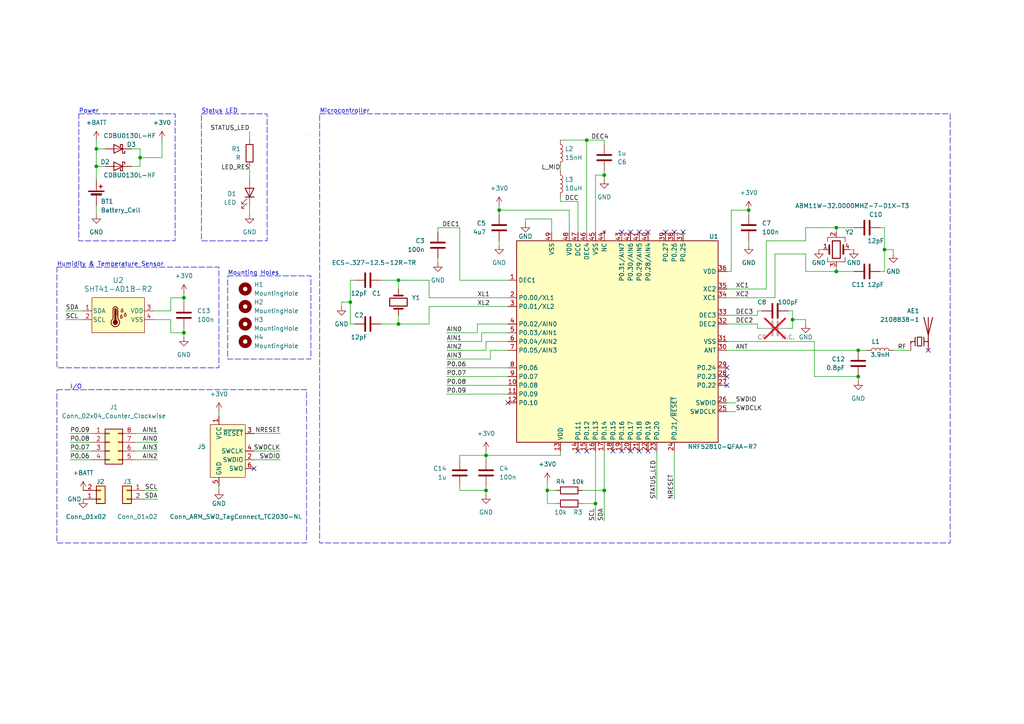
<source format=kicad_sch>
(kicad_sch (version 20230121) (generator eeschema)
  (paper "A4")
  (lib_symbols
    (symbol "Connector:Conn_ARM_SWD_TagConnect_TC2030-NL" (in_bom no)
      (property "Reference" "J" (at 2.54 11.43 0))
      (property "Value" "Conn_ARM_SWD_TagConnect_TC2030-NL" (at 2.54 8.89 0))
      (symbol "Conn_ARM_SWD_TagConnect_TC2030-NL_0_0"
        (pin power_in line (at -2.54 10.16 270) (length 2.54) (name "VCC") (number "1"))
        (pin bidirectional line (at 7.62 -2.54 180) (length 2.54) (name "SWDIO") (number "2"))
        (pin open_collector line (at 7.62 5.08 180) (length 2.54) (name "~{RESET}") (number "3"))
        (pin output line (at 7.62 0 180) (length 2.54) (name "SWCLK") (number "4"))
        (pin power_in line (at -2.54 -10.16 90) (length 2.54) (name "GND") (number "5"))
        (pin input line (at 7.62 -5.08 180) (length 2.54) (name "SWO") (number "6"))
      )
      (symbol "Conn_ARM_SWD_TagConnect_TC2030-NL_0_1"
        (rectangle (start -5.08 7.62) (end 5.08 -7.62) (fill (type background)))
      )
    )
    (symbol "Connector_Generic:Conn_01x02" (pin_names (offset 1.016) hide)
      (property "Reference" "J" (at 0 2.54 0))
      (property "Value" "Conn_01x02" (at 0 -5.08 0))
      (symbol "Conn_01x02_1_1"
        (rectangle (start -1.27 -2.413) (end 0 -2.667) (stroke (width 0.1524)))
        (rectangle (start -1.27 0.127) (end 0 -0.127) (stroke (width 0.1524)))
        (rectangle (start -1.27 1.27) (end 1.27 -3.81) (stroke (width 0.254)) (fill (type background)))
        (pin passive line (at -5.08 0 0) (length 3.81) (name "Pin_1") (number "1"))
        (pin passive line (at -5.08 -2.54 0) (length 3.81) (name "Pin_2") (number "2"))
      )
    )
    (symbol "Connector_Generic:Conn_02x04_Counter_Clockwise" (pin_names (offset 1.016) hide)
      (property "Reference" "J" (at 1.27 5.08 0))
      (property "Value" "Conn_02x04_Counter_Clockwise" (at 1.27 -7.62 0))
      (symbol "Conn_02x04_Counter_Clockwise_1_1"
        (rectangle (start -1.27 -4.953) (end 0 -5.207) (stroke (width 0.1524)))
        (rectangle (start -1.27 -2.413) (end 0 -2.667) (stroke (width 0.1524)))
        (rectangle (start -1.27 0.127) (end 0 -0.127) (stroke (width 0.1524)))
        (rectangle (start -1.27 2.667) (end 0 2.413) (stroke (width 0.1524)))
        (rectangle (start -1.27 3.81) (end 3.81 -6.35) (stroke (width 0.254)) (fill (type background)))
        (rectangle (start 3.81 -4.953) (end 2.54 -5.207) (stroke (width 0.1524)))
        (rectangle (start 3.81 -2.413) (end 2.54 -2.667) (stroke (width 0.1524)))
        (rectangle (start 3.81 0.127) (end 2.54 -0.127) (stroke (width 0.1524)))
        (rectangle (start 3.81 2.667) (end 2.54 2.413) (stroke (width 0.1524)))
        (pin passive line (at -5.08 2.54 0) (length 3.81) (name "Pin_1") (number "1"))
        (pin passive line (at -5.08 0 0) (length 3.81) (name "Pin_2") (number "2"))
        (pin passive line (at -5.08 -2.54 0) (length 3.81) (name "Pin_3") (number "3"))
        (pin passive line (at -5.08 -5.08 0) (length 3.81) (name "Pin_4") (number "4"))
        (pin passive line (at 7.62 -5.08 180) (length 3.81) (name "Pin_5") (number "5"))
        (pin passive line (at 7.62 -2.54 180) (length 3.81) (name "Pin_6") (number "6"))
        (pin passive line (at 7.62 0 180) (length 3.81) (name "Pin_7") (number "7"))
        (pin passive line (at 7.62 2.54 180) (length 3.81) (name "Pin_8") (number "8"))
      )
    )
    (symbol "Device:Antenna_Chip" (pin_numbers hide) (pin_names (offset 1.016) hide)
      (property "Reference" "AE" (at 0 5.08 0))
      (property "Value" "Antenna_Chip" (at 0 3.175 0))
      (symbol "Antenna_Chip_0_1"
        (polyline (pts (xy -2.54 0) (xy -2.54 -0.635)) (stroke (width 0.254)))
        (polyline (pts (xy -2.54 0) (xy -1.27 0)) (stroke (width 0.254)))
        (polyline (pts (xy 1.27 0) (xy 2.54 0)) (stroke (width 0.254)))
        (polyline (pts (xy 1.27 1.27) (xy 1.27 -1.27)) (stroke (width 0.254)))
        (polyline (pts (xy 2.54 -0.635) (xy 2.54 0)))
        (polyline (pts (xy 2.54 6.985) (xy 2.54 -1.905)) (stroke (width 0.254)))
        (polyline (pts (xy -1.27 1.27) (xy -1.27 -1.27) (xy -1.27 0)) (stroke (width 0.254)))
        (polyline (pts (xy 3.81 6.985) (xy 2.54 1.905) (xy 1.27 6.985)) (stroke (width 0.254)))
        (polyline (pts (xy -0.635 1.27) (xy 0.635 1.27) (xy 0.635 -1.27) (xy -0.635 -1.27) (xy -0.635 1.27)) (stroke (width 0.254)))
      )
      (symbol "Antenna_Chip_1_1"
        (pin input line (at -2.54 -2.54 90) (length 2.54) (name "FEED") (number "1"))
        (pin passive line (at 2.54 -2.54 90) (length 2.54) (name "PCB_Trace") (number "2"))
      )
    )
    (symbol "Device:Battery_Cell" (pin_numbers hide) (pin_names (offset 0) hide)
      (property "Reference" "BT" (at 2.54 2.54 0))
      (property "Value" "Battery_Cell" (at 2.54 0 0))
      (symbol "Battery_Cell_0_1"
        (rectangle (start -2.286 1.778) (end 2.286 1.524) (fill (type outline)))
        (rectangle (start -1.524 1.016) (end 1.524 0.508) (fill (type outline)))
        (polyline (pts (xy 0 0.762) (xy 0 0)))
        (polyline (pts (xy 0 1.778) (xy 0 2.54)))
        (polyline (pts (xy 0.762 3.048) (xy 1.778 3.048)) (stroke (width 0.254)))
        (polyline (pts (xy 1.27 3.556) (xy 1.27 2.54)) (stroke (width 0.254)))
      )
      (symbol "Battery_Cell_1_1"
        (pin passive line (at 0 5.08 270) (length 2.54) (name "+") (number "1"))
        (pin passive line (at 0 -2.54 90) (length 2.54) (name "-") (number "2"))
      )
    )
    (symbol "Device:C" (pin_numbers hide) (pin_names (offset 0.254))
      (property "Reference" "C" (at 0.635 2.54 0))
      (property "Value" "C" (at 0.635 -2.54 0))
      (symbol "C_0_1"
        (polyline (pts (xy -2.032 -0.762) (xy 2.032 -0.762)) (stroke (width 0.508)))
        (polyline (pts (xy -2.032 0.762) (xy 2.032 0.762)) (stroke (width 0.508)))
      )
      (symbol "C_1_1"
        (pin passive line (at 0 3.81 270) (length 2.794) (name "~") (number "1"))
        (pin passive line (at 0 -3.81 90) (length 2.794) (name "~") (number "2"))
      )
    )
    (symbol "Device:Crystal" (pin_numbers hide) (pin_names (offset 1.016) hide)
      (property "Reference" "Y" (at 0 3.81 0))
      (property "Value" "Crystal" (at 0 -3.81 0))
      (symbol "Crystal_0_1"
        (rectangle (start -1.143 2.54) (end 1.143 -2.54) (stroke (width 0.3048)))
        (polyline (pts (xy -2.54 0) (xy -1.905 0)))
        (polyline (pts (xy -1.905 -1.27) (xy -1.905 1.27)) (stroke (width 0.508)))
        (polyline (pts (xy 1.905 -1.27) (xy 1.905 1.27)) (stroke (width 0.508)))
        (polyline (pts (xy 2.54 0) (xy 1.905 0)))
      )
      (symbol "Crystal_1_1"
        (pin passive line (at -3.81 0 0) (length 1.27) (name "1") (number "1"))
        (pin passive line (at 3.81 0 180) (length 1.27) (name "2") (number "2"))
      )
    )
    (symbol "Device:Crystal_GND23" (pin_names (offset 1.016) hide)
      (property "Reference" "Y" (at 3.175 5.08 0))
      (property "Value" "Crystal_GND23" (at 3.175 3.175 0))
      (symbol "Crystal_GND23_0_1"
        (rectangle (start -1.143 2.54) (end 1.143 -2.54) (stroke (width 0.3048)))
        (polyline (pts (xy -2.54 0) (xy -2.032 0)))
        (polyline (pts (xy -2.032 -1.27) (xy -2.032 1.27)) (stroke (width 0.508)))
        (polyline (pts (xy 0 -3.81) (xy 0 -3.556)))
        (polyline (pts (xy 0 3.556) (xy 0 3.81)))
        (polyline (pts (xy 2.032 -1.27) (xy 2.032 1.27)) (stroke (width 0.508)))
        (polyline (pts (xy 2.032 0) (xy 2.54 0)))
        (polyline (pts (xy -2.54 -2.286) (xy -2.54 -3.556) (xy 2.54 -3.556) (xy 2.54 -2.286)))
        (polyline (pts (xy -2.54 2.286) (xy -2.54 3.556) (xy 2.54 3.556) (xy 2.54 2.286)))
      )
      (symbol "Crystal_GND23_1_1"
        (pin passive line (at -3.81 0 0) (length 1.27) (name "1") (number "1"))
        (pin passive line (at 0 5.08 270) (length 1.27) (name "2") (number "2"))
        (pin passive line (at 0 -5.08 90) (length 1.27) (name "3") (number "3"))
        (pin passive line (at 3.81 0 180) (length 1.27) (name "4") (number "4"))
      )
    )
    (symbol "Device:D_Schottky" (pin_numbers hide) (pin_names (offset 1.016) hide)
      (property "Reference" "D" (at 0 2.54 0))
      (property "Value" "D_Schottky" (at 0 -2.54 0))
      (symbol "D_Schottky_0_1"
        (polyline (pts (xy 1.27 0) (xy -1.27 0)))
        (polyline (pts (xy 1.27 1.27) (xy 1.27 -1.27) (xy -1.27 0) (xy 1.27 1.27)) (stroke (width 0.254)))
        (polyline (pts (xy -1.905 0.635) (xy -1.905 1.27) (xy -1.27 1.27) (xy -1.27 -1.27) (xy -0.635 -1.27) (xy -0.635 -0.635)) (stroke (width 0.254)))
      )
      (symbol "D_Schottky_1_1"
        (pin passive line (at -3.81 0 0) (length 2.54) (name "K") (number "1"))
        (pin passive line (at 3.81 0 180) (length 2.54) (name "A") (number "2"))
      )
    )
    (symbol "Device:L" (pin_numbers hide) (pin_names (offset 1.016) hide)
      (property "Reference" "L" (at -1.27 0 90))
      (property "Value" "L" (at 1.905 0 90))
      (symbol "L_0_1"
        (arc (start 0 -2.54) (mid 0.6323 -1.905) (end 0 -1.27))
        (arc (start 0 -1.27) (mid 0.6323 -0.635) (end 0 0))
        (arc (start 0 0) (mid 0.6323 0.635) (end 0 1.27))
        (arc (start 0 1.27) (mid 0.6323 1.905) (end 0 2.54))
      )
      (symbol "L_1_1"
        (pin passive line (at 0 3.81 270) (length 1.27) (name "1") (number "1"))
        (pin passive line (at 0 -3.81 90) (length 1.27) (name "2") (number "2"))
      )
    )
    (symbol "Device:LED" (pin_numbers hide) (pin_names (offset 1.016) hide)
      (property "Reference" "D" (at 0 2.54 0))
      (property "Value" "LED" (at 0 -2.54 0))
      (symbol "LED_0_1"
        (polyline (pts (xy -1.27 -1.27) (xy -1.27 1.27)) (stroke (width 0.254)))
        (polyline (pts (xy -1.27 0) (xy 1.27 0)))
        (polyline (pts (xy 1.27 -1.27) (xy 1.27 1.27) (xy -1.27 0) (xy 1.27 -1.27)) (stroke (width 0.254)))
        (polyline (pts (xy -3.048 -0.762) (xy -4.572 -2.286) (xy -3.81 -2.286) (xy -4.572 -2.286) (xy -4.572 -1.524)))
        (polyline (pts (xy -1.778 -0.762) (xy -3.302 -2.286) (xy -2.54 -2.286) (xy -3.302 -2.286) (xy -3.302 -1.524)))
      )
      (symbol "LED_1_1"
        (pin passive line (at -3.81 0 0) (length 2.54) (name "K") (number "1"))
        (pin passive line (at 3.81 0 180) (length 2.54) (name "A") (number "2"))
      )
    )
    (symbol "Device:R" (pin_numbers hide) (pin_names (offset 0))
      (property "Reference" "R" (at 2.032 0 90))
      (property "Value" "R" (at 0 0 90))
      (symbol "R_0_1"
        (rectangle (start -1.016 -2.54) (end 1.016 2.54) (stroke (width 0.254)))
      )
      (symbol "R_1_1"
        (pin passive line (at 0 3.81 270) (length 1.27) (name "~") (number "1"))
        (pin passive line (at 0 -3.81 90) (length 1.27) (name "~") (number "2"))
      )
    )
    (symbol "Mechanical:MountingHole" (pin_names (offset 1.016))
      (property "Reference" "H" (at 0 5.08 0))
      (property "Value" "MountingHole" (at 0 3.175 0))
      (symbol "MountingHole_0_1"
        (circle (center 0 0) (radius 1.27) (stroke (width 1.27)))
      )
    )
    (symbol "encyclopedia_galactica:NRF52810-QFAA-R7"
      (property "Reference" "U" (at 0 54.61 0))
      (property "Value" "NRF52810-QFAA-R7" (at 0 52.07 0))
      (symbol "NRF52810-QFAA-R7_0_1"
        (rectangle (start -29.21 29.21) (end 29.21 -29.21) (stroke (width 0.254)) (fill (type background)))
      )
      (symbol "NRF52810-QFAA-R7_1_1"
        (pin passive line (at -31.75 17.78 0) (length 2.54) (name "DEC1") (number "1"))
        (pin bidirectional line (at -31.75 -12.7 0) (length 2.54) (name "P0.08") (number "10"))
        (pin bidirectional line (at -31.75 -15.24 0) (length 2.54) (name "P0.09") (number "11"))
        (pin bidirectional line (at -31.75 -17.78 0) (length 2.54) (name "P0.10") (number "12"))
        (pin power_in line (at -16.51 -31.75 90) (length 2.54) (name "VDD") (number "13"))
        (pin bidirectional line (at -11.43 -31.75 90) (length 2.54) (name "P0.11") (number "14"))
        (pin bidirectional line (at -8.89 -31.75 90) (length 2.54) (name "P0.12") (number "15"))
        (pin bidirectional line (at -6.35 -31.75 90) (length 2.54) (name "P0.13") (number "16"))
        (pin bidirectional line (at -3.81 -31.75 90) (length 2.54) (name "P0.14") (number "17"))
        (pin bidirectional line (at -1.27 -31.75 90) (length 2.54) (name "P0.15") (number "18"))
        (pin bidirectional line (at 1.27 -31.75 90) (length 2.54) (name "P0.16") (number "19"))
        (pin bidirectional line (at -31.75 12.7 0) (length 2.54) (name "P0.00/XL1") (number "2"))
        (pin bidirectional line (at 3.81 -31.75 90) (length 2.54) (name "P0.17") (number "20"))
        (pin bidirectional line (at 6.35 -31.75 90) (length 2.54) (name "P0.18") (number "21"))
        (pin bidirectional line (at 8.89 -31.75 90) (length 2.54) (name "P0.19") (number "22"))
        (pin bidirectional line (at 11.43 -31.75 90) (length 2.54) (name "P0.20") (number "23"))
        (pin bidirectional line (at 16.51 -31.75 90) (length 2.54) (name "P0.21/~{RESET}") (number "24"))
        (pin input line (at 31.75 -20.32 180) (length 2.54) (name "SWDCLK") (number "25"))
        (pin bidirectional line (at 31.75 -17.78 180) (length 2.54) (name "SWDIO") (number "26"))
        (pin bidirectional line (at 31.75 -12.7 180) (length 2.54) (name "P0.22") (number "27"))
        (pin bidirectional line (at 31.75 -10.16 180) (length 2.54) (name "P0.23") (number "28"))
        (pin bidirectional line (at 31.75 -7.62 180) (length 2.54) (name "P0.24") (number "29"))
        (pin bidirectional line (at -31.75 10.16 0) (length 2.54) (name "P0.01/XL2") (number "3"))
        (pin passive line (at 31.75 -2.54 180) (length 2.54) (name "ANT") (number "30"))
        (pin power_in line (at 31.75 0 180) (length 2.54) (name "VSS") (number "31"))
        (pin passive line (at 31.75 5.08 180) (length 2.54) (name "DEC2") (number "32"))
        (pin passive line (at 31.75 7.62 180) (length 2.54) (name "DEC3") (number "33"))
        (pin input line (at 31.75 12.7 180) (length 2.54) (name "XC1") (number "34"))
        (pin input line (at 31.75 15.24 180) (length 2.54) (name "XC2") (number "35"))
        (pin passive line (at 31.75 20.32 180) (length 2.54) (name "VDD") (number "36"))
        (pin bidirectional line (at 19.05 31.75 270) (length 2.54) (name "P0.25") (number "37"))
        (pin bidirectional line (at 16.51 31.75 270) (length 2.54) (name "P0.26") (number "38"))
        (pin bidirectional line (at 13.97 31.75 270) (length 2.54) (name "P0.27") (number "39"))
        (pin bidirectional line (at -31.75 5.08 0) (length 2.54) (name "P0.02/AIN0") (number "4"))
        (pin bidirectional line (at 8.89 31.75 270) (length 2.54) (name "P0.28/AIN4") (number "40"))
        (pin bidirectional line (at 6.35 31.75 270) (length 2.54) (name "P0.29/AIN5") (number "41"))
        (pin bidirectional line (at 3.81 31.75 270) (length 2.54) (name "P0.30/AIN6") (number "42"))
        (pin bidirectional line (at 1.27 31.75 270) (length 2.54) (name "P0.31/AIN7") (number "43"))
        (pin no_connect line (at -3.81 31.75 270) (length 2.54) (name "NC") (number "44"))
        (pin passive line (at -6.35 31.75 270) (length 2.54) (name "VSS") (number "45"))
        (pin passive line (at -8.89 31.75 270) (length 2.54) (name "DEC4") (number "46"))
        (pin power_out line (at -11.43 31.75 270) (length 2.54) (name "DCC") (number "47"))
        (pin passive line (at -13.97 31.75 270) (length 2.54) (name "VDD") (number "48"))
        (pin passive line (at -19.05 31.75 270) (length 2.54) (name "VSS") (number "49"))
        (pin bidirectional line (at -31.75 2.54 0) (length 2.54) (name "P0.03/AIN1") (number "5"))
        (pin bidirectional line (at -31.75 0 0) (length 2.54) (name "P0.04/AIN2") (number "6"))
        (pin bidirectional line (at -31.75 -2.54 0) (length 2.54) (name "P0.05/AIN3") (number "7"))
        (pin bidirectional line (at -31.75 -7.62 0) (length 2.54) (name "P0.06") (number "8"))
        (pin bidirectional line (at -31.75 -10.16 0) (length 2.54) (name "P0.07") (number "9"))
      )
    )
    (symbol "encyclopedia_galactica:SHT41-AD1B-R2" (pin_names (offset 0.254))
      (property "Reference" "U" (at 0 13.97 0))
      (property "Value" "SHT41-AD1B-R2" (at 0 11.43 0))
      (symbol "SHT41-AD1B-R2_0_0"
        (polyline (pts (xy -0.7782 -2.7679) (xy -0.7538 -2.7614) (xy -0.6273 -2.7452) (xy -0.5713 -2.733) (xy -0.4386 -2.65) (xy -0.3005 -2.5149) (xy -0.1862 -2.3589) (xy -0.1253 -2.2133) (xy -0.1122 -1.9777) (xy -0.1841 -1.7536) (xy -0.3553 -1.5359) (xy -0.5465 -1.3446) (xy -0.5465 0.2882) (xy -0.5465 1.9209) (xy -0.6855 2.012) (xy -0.7691 2.0613) (xy -0.8546 2.0708) (xy -0.9634 2.012) (xy -1.1023 1.9209) (xy -1.1023 0.2767) (xy -1.1023 -1.3675) (xy -1.2424 -1.4777) (xy -1.2888 -1.5171) (xy -1.4497 -1.7284) (xy -1.5229 -1.9679) (xy -1.5126 -2.2124) (xy -1.4228 -2.4384) (xy -1.2576 -2.6226) (xy -1.0211 -2.7416) (xy -0.8813 -2.7694) (xy -0.7782 -2.7679)) (stroke (width 0.01)) (fill (type outline)))
        (polyline (pts (xy 2.1727 -0.3391) (xy 2.3119 -0.2679) (xy 2.3683 -0.175) (xy 2.3992 -0.0278) (xy 2.3871 0.0546) (xy 2.337 0.2108) (xy 2.2619 0.3868) (xy 2.177 0.5511) (xy 2.0973 0.6727) (xy 2.0379 0.7202) (xy 1.9994 0.6955) (xy 1.9245 0.5928) (xy 1.8393 0.4391) (xy 1.7593 0.2658) (xy 1.6999 0.1045) (xy 1.6767 -0.0135) (xy 1.6805 -0.0349) (xy 1.7878 -0.0349) (xy 1.7977 0.0177) (xy 1.8421 0.1542) (xy 1.9103 0.3256) (xy 2.0328 0.6103) (xy 2.1597 0.3359) (xy 2.2226 0.1922) (xy 2.2764 0.0231) (xy 2.275 -0.0919) (xy 2.2213 -0.1774) (xy 2.1655 -0.214) (xy 2.0379 -0.2441) (xy 1.9584 -0.2324) (xy 1.8367 -0.1559) (xy 1.7878 -0.0349) (xy 1.6805 -0.0349) (xy 1.6952 -0.1171) (xy 1.7686 -0.2536) (xy 1.8305 -0.3015) (xy 1.9945 -0.3498) (xy 2.1727 -0.3391)) (stroke (width 0.01)) (fill (type outline)))
        (polyline (pts (xy 1.2779 0.8852) (xy 1.3876 0.9342) (xy 1.439 1.0346) (xy 1.4494 1.2197) (xy 1.4056 1.4476) (xy 1.3104 1.6903) (xy 1.2438 1.815) (xy 1.1682 1.9333) (xy 1.1209 1.9791) (xy 1.087 1.9506) (xy 1.016 1.8457) (xy 0.9313 1.6903) (xy 0.8493 1.4902) (xy 0.7962 1.2577) (xy 0.7964 1.2083) (xy 0.8985 1.2083) (xy 0.907 1.2863) (xy 0.947 1.4367) (xy 1.0063 1.5899) (xy 1.0699 1.7089) (xy 1.1227 1.7568) (xy 1.1687 1.7194) (xy 1.2295 1.6057) (xy 1.286 1.4514) (xy 1.3252 1.2933) (xy 1.3338 1.1679) (xy 1.3235 1.1054) (xy 1.2709 1.0212) (xy 1.1467 0.9899) (xy 1.1356 0.9889) (xy 0.987 0.994) (xy 0.9164 1.0597) (xy 0.8985 1.2083) (xy 0.7964 1.2083) (xy 0.7968 1.063) (xy 0.8541 0.9342) (xy 0.9555 0.8871) (xy 1.116 0.8695) (xy 1.2779 0.8852)) (stroke (width 0.01)) (fill (type outline)))
        (polyline (pts (xy 1.1245 -0.8535) (xy 1.1312 -0.8498) (xy 1.2085 -0.7577) (xy 1.2315 -0.5895) (xy 1.2238 -0.507) (xy 1.1823 -0.3342) (xy 1.116 -0.1464) (xy 1.038 0.0259) (xy 0.9612 0.1517) (xy 0.8985 0.2005) (xy 0.864 0.1827) (xy 0.7914 0.0847) (xy 0.7123 -0.0722) (xy 0.6397 -0.2572) (xy 0.5864 -0.4397) (xy 0.5682 -0.5702) (xy 0.6762 -0.5702) (xy 0.6847 -0.4923) (xy 0.7246 -0.3419) (xy 0.784 -0.1887) (xy 0.8476 -0.0697) (xy 0.9004 -0.0218) (xy 0.9464 -0.0591) (xy 1.0072 -0.1728) (xy 1.0637 -0.3271) (xy 1.1029 -0.4853) (xy 1.1115 -0.6106) (xy 1.1012 -0.6731) (xy 1.0485 -0.7574) (xy 0.9243 -0.7887) (xy 0.9133 -0.7897) (xy 0.7647 -0.7846) (xy 0.6941 -0.7188) (xy 0.6762 -0.5702) (xy 0.5682 -0.5702) (xy 0.5656 -0.5887) (xy 0.5845 -0.7427) (xy 0.6623 -0.851) (xy 0.7257 -0.88) (xy 0.9286 -0.906) (xy 1.1245 -0.8535)) (stroke (width 0.01)) (fill (type outline)))
        (polyline (pts (xy -0.5545 -3.3797) (xy -0.2175 -3.2426) (xy 0.0945 -2.9972) (xy 0.1243 -2.9669) (xy 0.3463 -2.6832) (xy 0.4707 -2.3844) (xy 0.5089 -2.044) (xy 0.476 -1.8294) (xy 0.3828 -1.5698) (xy 0.2505 -1.3237) (xy 0.1 -1.1376) (xy -0.0463 -1.0029) (xy -0.0464 0.4742) (xy -0.0467 0.7893) (xy -0.0488 1.1761) (xy -0.0534 1.4752) (xy -0.0614 1.7005) (xy -0.0736 1.8661) (xy -0.0909 1.986) (xy -0.1139 2.0742) (xy -0.1437 2.1447) (xy -0.2598 2.3183) (xy -0.4689 2.4887) (xy -0.7142 2.5745) (xy -0.9722 2.5687) (xy -1.2192 2.4643) (xy -1.2384 2.4513) (xy -1.3421 2.3751) (xy -1.424 2.294) (xy -1.4867 2.1948) (xy -1.5327 2.0641) (xy -1.5646 1.8887) (xy -1.585 1.6553) (xy -1.5964 1.3506) (xy -1.6014 0.9613) (xy -1.6025 0.4742) (xy -1.6026 -1.0029) (xy -1.7489 -1.1376) (xy -1.8907 -1.3105) (xy -2.0247 -1.5544) (xy -2.1208 -1.8145) (xy -2.1578 -2.044) (xy -2.1575 -2.0827) (xy -2.138 -2.2218) (xy -1.9808 -2.2218) (xy -1.9707 -1.897) (xy -1.8626 -1.5804) (xy -1.6554 -1.2905) (xy -1.4358 -1.0597) (xy -1.4358 0.4346) (xy -1.4358 0.4797) (xy -1.4346 0.9365) (xy -1.4309 1.2963) (xy -1.424 1.572) (xy -1.4133 1.7764) (xy -1.398 1.9226) (xy -1.3777 2.0235) (xy -1.3515 2.0921) (xy -1.3513 2.0925) (xy -1.216 2.2564) (xy -1.0244 2.3768) (xy -0.8244 2.4237) (xy -0.7891 2.4224) (xy -0.5709 2.3561) (xy -0.3871 2.2073) (xy -0.2603 2.0002) (xy -0.2131 1.7595) (xy -0.2144 1.7118) (xy -0.2434 1.6157) (xy -0.3242 1.59) (xy -0.389 1.5745) (xy -0.4354 1.5066) (xy -0.4147 1.458) (xy -0.3242 1.4233) (xy -0.2391 1.3933) (xy -0.2131 1.2843) (xy -0.237 1.1779) (xy -0.3242 1.1454) (xy -0.389 1.1299) (xy -0.4354 1.062) (xy -0.4147 1.0134) (xy -0.3242 0.9786) (xy -0.2391 0.9486) (xy -0.2131 0.8397) (xy -0.237 0.7333) (xy -0.3242 0.7007) (xy -0.389 0.6853) (xy -0.4354 0.6174) (xy -0.4147 0.5687) (xy -0.3242 0.534) (xy -0.2391 0.504) (xy -0.2131 0.395) (xy -0.237 0.2887) (xy -0.3242 0.2561) (xy -0.389 0.2406) (xy -0.4354 0.1727) (xy -0.4147 0.1241) (xy -0.3242 0.0894) (xy -0.3128 0.0892) (xy -0.2667 0.0778) (xy -0.2375 0.0345) (xy -0.2213 -0.0606) (xy -0.2145 -0.2272) (xy -0.2131 -0.4852) (xy -0.2131 -1.0597) (xy 0.0065 -1.2905) (xy 0.1132 -1.418) (xy 0.2758 -1.7239) (xy 0.3386 -2.0486) (xy 0.3025 -2.3736) (xy 0.168 -2.6806) (xy -0.0639 -2.9511) (xy -0.1168 -2.9941) (xy -0.3007 -3.1115) (xy -0.4755 -3.1865) (xy -0.586 -3.2131) (xy -0.9384 -3.2355) (xy -1.2628 -3.1514) (xy -1.568 -2.9592) (xy -1.7106 -2.8208) (xy -1.8938 -2.5359) (xy -1.9808 -2.2218) (xy -2.138 -2.2218) (xy -2.1106 -2.4174) (xy -1.9764 -2.7137) (xy -1.7434 -2.9978) (xy -1.5826 -3.142) (xy -1.4085 -3.2682) (xy -1.2691 -3.3395) (xy -0.9161 -3.4084) (xy -0.5545 -3.3797)) (stroke (width 0.01)) (fill (type outline)))
      )
      (symbol "SHT41-AD1B-R2_1_1"
        (rectangle (start -7.62 5.08) (end 7.62 -5.08) (fill (type background)))
        (pin bidirectional line (at -10.16 1.27 0) (length 2.54) (name "SDA") (number "1"))
        (pin input line (at -10.16 -1.27 0) (length 2.54) (name "SCL") (number "2"))
        (pin power_in line (at 10.16 1.27 180) (length 2.54) (name "VDD") (number "3"))
        (pin power_out line (at 10.16 -1.27 180) (length 2.54) (name "VSS") (number "4"))
      )
    )
    (symbol "power:+3V0" (power) (pin_names (offset 0))
      (property "Value" "+3V0" (at 0 3.556 0))
      (symbol "+3V0_0_1"
        (polyline (pts (xy -0.762 1.27) (xy 0 2.54)))
        (polyline (pts (xy 0 0) (xy 0 2.54)))
        (polyline (pts (xy 0 2.54) (xy 0.762 1.27)))
      )
      (symbol "+3V0_1_1"
        (pin power_in line (at 0 0 90) (length 0) hide (name "+3V0") (number "1"))
      )
    )
    (symbol "power:+BATT" (power) (pin_names (offset 0))
      (property "Value" "+BATT" (at 0 3.556 0))
      (symbol "+BATT_0_1"
        (polyline (pts (xy -0.762 1.27) (xy 0 2.54)))
        (polyline (pts (xy 0 0) (xy 0 2.54)))
        (polyline (pts (xy 0 2.54) (xy 0.762 1.27)))
      )
      (symbol "+BATT_1_1"
        (pin power_in line (at 0 0 90) (length 0) hide (name "+BATT") (number "1"))
      )
    )
    (symbol "power:GND" (power) (pin_names (offset 0))
      (property "Value" "GND" (at 0 -3.81 0))
      (symbol "GND_0_1"
        (polyline (pts (xy 0 0) (xy 0 -1.27) (xy 1.27 -1.27) (xy 0 -2.54) (xy -1.27 -1.27) (xy 0 -1.27)))
      )
      (symbol "GND_1_1"
        (pin power_in line (at 0 0 270) (length 0) hide (name "GND") (number "1"))
      )
    )
  )
  (junction (at 140.97 142.24))
  (junction (at 242.57 66.04))
  (junction (at 27.94 48.26))
  (junction (at 217.17 60.96))
  (junction (at 248.92 109.22))
  (junction (at 140.97 132.08))
  (junction (at 175.26 50.8))
  (junction (at 158.75 142.24))
  (junction (at 248.92 101.6))
  (junction (at 144.78 60.96))
  (junction (at 115.57 93.98))
  (junction (at 53.34 96.52))
  (junction (at 27.94 43.18))
  (junction (at 170.18 40.64))
  (junction (at 175.26 142.24))
  (junction (at 172.72 146.05))
  (junction (at 40.64 45.72))
  (junction (at 242.57 78.74))
  (junction (at 101.6 87.63))
  (junction (at 229.87 92.71))
  (junction (at 115.57 81.28))
  (junction (at 53.34 86.36))
  (junction (at 256.54 72.39))
  (no_connect (at 182.88 130.81))
  (no_connect (at 73.66 135.89))
  (no_connect (at 210.82 111.76))
  (no_connect (at 210.82 109.22))
  (no_connect (at 167.64 130.81))
  (no_connect (at 269.24 101.6))
  (no_connect (at 180.34 130.81))
  (no_connect (at 170.18 130.81))
  (no_connect (at 177.8 130.81))
  (no_connect (at 187.96 67.31))
  (no_connect (at 147.32 116.84))
  (no_connect (at 185.42 130.81))
  (no_connect (at 185.42 67.31))
  (no_connect (at 180.34 67.31))
  (no_connect (at 187.96 130.81))
  (no_connect (at 195.58 67.31))
  (no_connect (at 193.04 67.31))
  (no_connect (at 182.88 67.31))
  (no_connect (at 210.82 106.68))
  (no_connect (at 198.12 67.31))
  (wire (pts (xy 129.54 99.06) (xy 139.7 99.06)))
  (wire (pts (xy 127 74.93) (xy 127 76.2)))
  (wire (pts (xy 101.6 93.98) (xy 101.6 87.63)))
  (wire (pts (xy 175.26 49.53) (xy 175.26 50.8)))
  (wire (pts (xy 242.57 78.74) (xy 242.57 77.47)))
  (wire (pts (xy 212.09 78.74) (xy 210.82 78.74)))
  (wire (pts (xy 19.05 92.71) (xy 24.13 92.71)))
  (wire (pts (xy 147.32 96.52) (xy 139.7 96.52)))
  (wire (pts (xy 222.25 69.85) (xy 222.25 83.82)))
  (wire (pts (xy 129.54 114.3) (xy 147.32 114.3)))
  (wire (pts (xy 233.68 92.71) (xy 229.87 92.71)))
  (wire (pts (xy 161.29 142.24) (xy 158.75 142.24)))
  (wire (pts (xy 224.79 73.66) (xy 233.68 73.66)))
  (wire (pts (xy 38.1 43.18) (xy 40.64 43.18)))
  (wire (pts (xy 172.72 146.05) (xy 172.72 151.13)))
  (wire (pts (xy 160.02 63.5) (xy 152.4 63.5)))
  (wire (pts (xy 53.34 85.09) (xy 53.34 86.36)))
  (wire (pts (xy 115.57 81.28) (xy 115.57 83.82)))
  (wire (pts (xy 190.5 130.81) (xy 190.5 144.78)))
  (wire (pts (xy 124.46 81.28) (xy 124.46 86.36)))
  (wire (pts (xy 259.08 101.6) (xy 264.16 101.6)))
  (wire (pts (xy 27.94 48.26) (xy 30.48 48.26)))
  (wire (pts (xy 27.94 59.69) (xy 27.94 62.23)))
  (wire (pts (xy 144.78 71.12) (xy 144.78 69.85)))
  (wire (pts (xy 140.97 99.06) (xy 140.97 101.6)))
  (wire (pts (xy 39.37 130.81) (xy 45.72 130.81)))
  (wire (pts (xy 49.53 86.36) (xy 53.34 86.36)))
  (wire (pts (xy 256.54 78.74) (xy 256.54 72.39)))
  (wire (pts (xy 162.56 58.42) (xy 167.64 58.42)))
  (wire (pts (xy 220.98 95.25) (xy 219.71 95.25)))
  (wire (pts (xy 72.39 38.1) (xy 72.39 40.64)))
  (wire (pts (xy 102.87 93.98) (xy 101.6 93.98)))
  (wire (pts (xy 140.97 140.97) (xy 140.97 142.24)))
  (wire (pts (xy 129.54 101.6) (xy 140.97 101.6)))
  (wire (pts (xy 129.54 106.68) (xy 147.32 106.68)))
  (wire (pts (xy 140.97 132.08) (xy 140.97 133.35)))
  (wire (pts (xy 129.54 109.22) (xy 147.32 109.22)))
  (wire (pts (xy 127 67.31) (xy 127 66.04)))
  (wire (pts (xy 27.94 40.64) (xy 27.94 43.18)))
  (wire (pts (xy 133.35 81.28) (xy 133.35 66.04)))
  (wire (pts (xy 133.35 66.04) (xy 127 66.04)))
  (wire (pts (xy 147.32 93.98) (xy 138.43 93.98)))
  (wire (pts (xy 233.68 93.98) (xy 233.68 92.71)))
  (wire (pts (xy 248.92 101.6) (xy 251.46 101.6)))
  (wire (pts (xy 229.87 92.71) (xy 229.87 95.25)))
  (wire (pts (xy 49.53 90.17) (xy 49.53 86.36)))
  (wire (pts (xy 39.37 133.35) (xy 45.72 133.35)))
  (wire (pts (xy 40.64 43.18) (xy 40.64 45.72)))
  (wire (pts (xy 133.35 132.08) (xy 140.97 132.08)))
  (wire (pts (xy 53.34 86.36) (xy 53.34 87.63)))
  (wire (pts (xy 242.57 66.04) (xy 233.68 66.04)))
  (wire (pts (xy 238.76 72.39) (xy 237.49 72.39)))
  (wire (pts (xy 170.18 40.64) (xy 170.18 67.31)))
  (wire (pts (xy 129.54 111.76) (xy 147.32 111.76)))
  (wire (pts (xy 220.98 90.17) (xy 219.71 90.17)))
  (wire (pts (xy 172.72 130.81) (xy 172.72 146.05)))
  (wire (pts (xy 140.97 130.81) (xy 140.97 132.08)))
  (wire (pts (xy 165.1 60.96) (xy 144.78 60.96)))
  (wire (pts (xy 228.6 90.17) (xy 229.87 90.17)))
  (wire (pts (xy 20.32 128.27) (xy 26.67 128.27)))
  (wire (pts (xy 210.82 99.06) (xy 236.22 99.06)))
  (wire (pts (xy 99.06 88.9) (xy 99.06 87.63)))
  (wire (pts (xy 133.35 140.97) (xy 133.35 142.24)))
  (wire (pts (xy 210.82 101.6) (xy 248.92 101.6)))
  (wire (pts (xy 110.49 81.28) (xy 115.57 81.28)))
  (wire (pts (xy 142.24 101.6) (xy 142.24 104.14)))
  (wire (pts (xy 139.7 96.52) (xy 139.7 99.06)))
  (wire (pts (xy 20.32 130.81) (xy 26.67 130.81)))
  (wire (pts (xy 165.1 67.31) (xy 165.1 60.96)))
  (wire (pts (xy 224.79 73.66) (xy 224.79 86.36)))
  (wire (pts (xy 161.29 146.05) (xy 158.75 146.05)))
  (wire (pts (xy 158.75 142.24) (xy 158.75 139.7)))
  (wire (pts (xy 140.97 132.08) (xy 162.56 132.08)))
  (wire (pts (xy 242.57 66.04) (xy 242.57 67.31)))
  (wire (pts (xy 256.54 66.04) (xy 255.27 66.04)))
  (wire (pts (xy 233.68 78.74) (xy 242.57 78.74)))
  (wire (pts (xy 195.58 130.81) (xy 195.58 144.78)))
  (wire (pts (xy 236.22 99.06) (xy 236.22 109.22)))
  (wire (pts (xy 40.64 48.26) (xy 38.1 48.26)))
  (wire (pts (xy 247.65 72.39) (xy 246.38 72.39)))
  (wire (pts (xy 217.17 60.96) (xy 217.17 62.23)))
  (wire (pts (xy 45.72 142.24) (xy 41.91 142.24)))
  (wire (pts (xy 162.56 48.26) (xy 162.56 49.53)))
  (wire (pts (xy 138.43 93.98) (xy 138.43 96.52)))
  (wire (pts (xy 236.22 109.22) (xy 248.92 109.22)))
  (wire (pts (xy 46.99 40.64) (xy 46.99 45.72)))
  (wire (pts (xy 115.57 93.98) (xy 124.46 93.98)))
  (wire (pts (xy 63.5 140.97) (xy 63.5 142.24)))
  (wire (pts (xy 40.64 45.72) (xy 40.64 48.26)))
  (wire (pts (xy 20.32 125.73) (xy 26.67 125.73)))
  (wire (pts (xy 210.82 93.98) (xy 219.71 93.98)))
  (wire (pts (xy 45.72 144.78) (xy 41.91 144.78)))
  (wire (pts (xy 217.17 69.85) (xy 217.17 71.12)))
  (wire (pts (xy 20.32 133.35) (xy 26.67 133.35)))
  (wire (pts (xy 53.34 96.52) (xy 53.34 97.79)))
  (wire (pts (xy 259.08 73.66) (xy 259.08 72.39)))
  (wire (pts (xy 124.46 86.36) (xy 147.32 86.36)))
  (wire (pts (xy 124.46 88.9) (xy 147.32 88.9)))
  (wire (pts (xy 72.39 59.69) (xy 72.39 62.23)))
  (wire (pts (xy 175.26 142.24) (xy 175.26 151.13)))
  (wire (pts (xy 72.39 48.26) (xy 72.39 52.07)))
  (wire (pts (xy 160.02 67.31) (xy 160.02 63.5)))
  (wire (pts (xy 73.66 130.81) (xy 81.28 130.81)))
  (wire (pts (xy 39.37 125.73) (xy 45.72 125.73)))
  (wire (pts (xy 115.57 81.28) (xy 124.46 81.28)))
  (wire (pts (xy 210.82 91.44) (xy 219.71 91.44)))
  (wire (pts (xy 212.09 60.96) (xy 217.17 60.96)))
  (wire (pts (xy 46.99 45.72) (xy 40.64 45.72)))
  (wire (pts (xy 175.26 40.64) (xy 175.26 41.91)))
  (wire (pts (xy 144.78 59.69) (xy 144.78 60.96)))
  (wire (pts (xy 228.6 95.25) (xy 229.87 95.25)))
  (wire (pts (xy 255.27 78.74) (xy 256.54 78.74)))
  (wire (pts (xy 138.43 96.52) (xy 129.54 96.52)))
  (wire (pts (xy 133.35 133.35) (xy 133.35 132.08)))
  (wire (pts (xy 124.46 93.98) (xy 124.46 88.9)))
  (wire (pts (xy 175.26 50.8) (xy 175.26 52.07)))
  (wire (pts (xy 210.82 119.38) (xy 213.36 119.38)))
  (wire (pts (xy 101.6 87.63) (xy 101.6 81.28)))
  (wire (pts (xy 170.18 40.64) (xy 175.26 40.64)))
  (wire (pts (xy 147.32 101.6) (xy 142.24 101.6)))
  (wire (pts (xy 162.56 40.64) (xy 170.18 40.64)))
  (wire (pts (xy 63.5 119.38) (xy 63.5 120.65)))
  (wire (pts (xy 158.75 146.05) (xy 158.75 142.24)))
  (wire (pts (xy 53.34 95.25) (xy 53.34 96.52)))
  (wire (pts (xy 224.79 86.36) (xy 210.82 86.36)))
  (wire (pts (xy 219.71 93.98) (xy 219.71 95.25)))
  (wire (pts (xy 144.78 60.96) (xy 144.78 62.23)))
  (wire (pts (xy 233.68 66.04) (xy 233.68 69.85)))
  (wire (pts (xy 142.24 104.14) (xy 129.54 104.14)))
  (wire (pts (xy 175.26 130.81) (xy 175.26 142.24)))
  (wire (pts (xy 39.37 128.27) (xy 45.72 128.27)))
  (wire (pts (xy 248.92 109.22) (xy 248.92 110.49)))
  (wire (pts (xy 44.45 90.17) (xy 49.53 90.17)))
  (wire (pts (xy 256.54 72.39) (xy 256.54 66.04)))
  (wire (pts (xy 172.72 50.8) (xy 175.26 50.8)))
  (wire (pts (xy 73.66 133.35) (xy 81.28 133.35)))
  (wire (pts (xy 259.08 72.39) (xy 256.54 72.39)))
  (wire (pts (xy 49.53 92.71) (xy 49.53 96.52)))
  (wire (pts (xy 147.32 81.28) (xy 133.35 81.28)))
  (wire (pts (xy 233.68 78.74) (xy 233.68 73.66)))
  (wire (pts (xy 247.65 66.04) (xy 242.57 66.04)))
  (wire (pts (xy 44.45 92.71) (xy 49.53 92.71)))
  (wire (pts (xy 229.87 90.17) (xy 229.87 92.71)))
  (wire (pts (xy 140.97 142.24) (xy 140.97 143.51)))
  (wire (pts (xy 115.57 91.44) (xy 115.57 93.98)))
  (wire (pts (xy 19.05 90.17) (xy 24.13 90.17)))
  (wire (pts (xy 167.64 58.42) (xy 167.64 67.31)))
  (wire (pts (xy 110.49 93.98) (xy 115.57 93.98)))
  (wire (pts (xy 147.32 99.06) (xy 140.97 99.06)))
  (wire (pts (xy 49.53 96.52) (xy 53.34 96.52)))
  (wire (pts (xy 162.56 130.81) (xy 162.56 132.08)))
  (wire (pts (xy 212.09 60.96) (xy 212.09 78.74)))
  (wire (pts (xy 172.72 50.8) (xy 172.72 67.31)))
  (wire (pts (xy 210.82 116.84) (xy 213.36 116.84)))
  (wire (pts (xy 168.91 142.24) (xy 175.26 142.24)))
  (wire (pts (xy 152.4 63.5) (xy 152.4 64.77)))
  (wire (pts (xy 222.25 69.85) (xy 233.68 69.85)))
  (wire (pts (xy 27.94 48.26) (xy 27.94 52.07)))
  (wire (pts (xy 99.06 87.63) (xy 101.6 87.63)))
  (wire (pts (xy 133.35 142.24) (xy 140.97 142.24)))
  (wire (pts (xy 247.65 78.74) (xy 242.57 78.74)))
  (wire (pts (xy 73.66 125.73) (xy 81.28 125.73)))
  (wire (pts (xy 27.94 43.18) (xy 27.94 48.26)))
  (wire (pts (xy 210.82 83.82) (xy 222.25 83.82)))
  (wire (pts (xy 27.94 43.18) (xy 30.48 43.18)))
  (wire (pts (xy 168.91 146.05) (xy 172.72 146.05)))
  (wire (pts (xy 162.56 58.42) (xy 162.56 57.15)))
  (wire (pts (xy 101.6 81.28) (xy 102.87 81.28)))
  (wire (pts (xy 219.71 90.17) (xy 219.71 91.44)))
  (rectangle (start 58.42 33.02) (end 77.47 69.85) (stroke (width 0) (type dash)))
  (rectangle (start 16.51 113.03) (end 88.9 157.48) (stroke (width 0) (type dash)))
  (rectangle (start 22.86 33.02) (end 50.8 69.85) (stroke (width 0) (type dash)))
  (rectangle (start 92.71 33.02) (end 275.59 157.48) (stroke (width 0) (type dash)))
  (rectangle (start 16.51 77.47) (end 63.5 106.68) (stroke (width 0) (type dash)))
  (rectangle (start 66.04 80.01) (end 90.17 104.14) (stroke (width 0) (type dash)))
  (rectangle (start 88.9 39.37) (end 88.9 39.37))
  (text "Humidity & Temperature Sensor" (at 16.51 77.47 0) (effects (font (size 1.27 1.27)) (justify left bottom)))
  (text "Microcontroller" (at 92.71 33.02 0) (effects (font (size 1.27 1.27)) (justify left bottom)))
  (text "Mounting Holes" (at 66.04 80.01 0) (effects (font (size 1.27 1.27)) (justify left bottom)))
  (text "I/O" (at 20.32 113.03 0) (effects (font (size 1.27 1.27)) (justify left bottom)))
  (text "Status LED" (at 58.42 33.02 0) (effects (font (size 1.27 1.27)) (justify left bottom)))
  (text "Power" (at 22.86 33.02 0) (effects (font (size 1.27 1.27)) (justify left bottom)))
  (label "P0.06" (at 20.32 133.35 0))
  (label "ANT" (at 213.36 101.6 0))
  (label "AIN0" (at 129.54 96.52 0))
  (label "P0.06" (at 129.54 106.68 0))
  (label "SDA" (at 19.05 90.17 0))
  (label "AIN2" (at 45.72 133.35 180))
  (label "SCL" (at 45.72 142.24 180))
  (label "SWDIO" (at 81.28 133.35 180))
  (label "SWDIO" (at 213.36 116.84 0))
  (label "XC1" (at 213.36 83.82 0))
  (label "STATUS_LED" (at 72.39 38.1 180))
  (label "SCL" (at 172.72 151.13 90))
  (label "DEC3" (at 213.36 91.44 0))
  (label "P0.08" (at 129.54 111.76 0))
  (label "P0.09" (at 20.32 125.73 0))
  (label "RF" (at 260.35 101.6 0))
  (label "DCC" (at 163.83 58.42 0))
  (label "XL2" (at 138.43 88.9 0))
  (label "AIN3" (at 129.54 104.14 0))
  (label "DEC2" (at 213.36 93.98 0))
  (label "P0.08" (at 20.32 128.27 0))
  (label "NRESET" (at 81.28 125.73 180))
  (label "AIN3" (at 45.72 130.81 180))
  (label "LED_RES" (at 72.39 49.53 180))
  (label "DEC1" (at 133.35 66.04 180))
  (label "SDA" (at 175.26 151.13 90))
  (label "P0.07" (at 129.54 109.22 0))
  (label "SCL" (at 19.05 92.71 0))
  (label "P0.07" (at 20.32 130.81 0))
  (label "P0.09" (at 129.54 114.3 0))
  (label "AIN1" (at 45.72 125.73 180))
  (label "L_MID" (at 162.56 49.53 180))
  (label "SWDCLK" (at 213.36 119.38 0))
  (label "DEC4" (at 171.45 40.64 0))
  (label "XL1" (at 138.43 86.36 0))
  (label "AIN2" (at 129.54 101.6 0))
  (label "STATUS_LED" (at 190.5 144.78 90))
  (label "XC2" (at 213.36 86.36 0))
  (label "AIN1" (at 129.54 99.06 0))
  (label "NRESET" (at 195.58 144.78 90))
  (label "SWDCLK" (at 81.28 130.81 180))
  (label "AIN0" (at 45.72 128.27 180))
  (label "SDA" (at 45.72 144.78 180))
  (symbol (lib_id "power:GND") (at 237.49 72.39 0) (mirror y) (unit 1)
    (property "Reference" "#PWR016" (effects hide))
    (property "Value" "GND" (at 237.49 76.2 0))
  )
  (symbol (lib_id "Device:LED") (at 72.39 55.88 270) (mirror x) (unit 1)
    (property "Reference" "D1" (at 68.58 56.1975 90) (effects (justify right)))
    (property "Value" "LED" (at 68.58 58.7375 90) (effects (justify right)))
    (property "Footprint" "Resistor_SMD:R_0603_1608Metric" (effects hide))
  )
  (symbol (lib_id "Device:C") (at 106.68 93.98 270) (unit 1)
    (property "Reference" "C2" (at 104.14 91.44 90))
    (property "Value" "12pF" (at 104.14 97.79 90))
    (property "Footprint" "Capacitor_SMD:C_0603_1608Metric" (effects hide))
  )
  (symbol (lib_id "power:GND") (at 247.65 72.39 0) (mirror y) (unit 1)
    (property "Reference" "#PWR017" (effects hide))
    (property "Value" "GND" (at 247.65 76.2 0))
  )
  (symbol (lib_id "Device:C") (at 217.17 66.04 180) (unit 1)
    (property "Reference" "C7" (at 220.98 64.77 0) (effects (justify right)))
    (property "Value" "100n" (at 220.98 67.31 0) (effects (justify right)))
    (property "Footprint" "Capacitor_SMD:C_0603_1608Metric" (effects hide))
  )
  (symbol (lib_id "power:+3V0") (at 63.5 119.38 0) (unit 1)
    (property "Reference" "#PWR010" (effects hide))
    (property "Value" "+3V0" (at 63.5 114.3 0))
  )
  (symbol (lib_id "Device:C") (at 224.79 90.17 90) (unit 1)
    (property "Reference" "C8" (at 220.98 87.63 90))
    (property "Value" "100pF" (at 228.6 87.63 90))
    (property "Footprint" "Capacitor_SMD:C_0603_1608Metric" (effects hide))
  )
  (symbol (lib_id "Device:C") (at 133.35 137.16 0) (mirror x) (unit 1)
    (property "Reference" "C14" (at 129.54 135.89 0) (effects (justify right)))
    (property "Value" "1u" (at 129.54 138.43 0) (effects (justify right)))
    (property "Footprint" "Capacitor_SMD:C_0603_1608Metric" (effects hide))
  )
  (symbol (lib_id "power:GND") (at 248.92 110.49 0) (mirror y) (unit 1)
    (property "Reference" "#PWR018" (effects hide))
    (property "Value" "GND" (at 248.92 115.57 0))
  )
  (symbol (lib_id "Device:L") (at 162.56 44.45 0) (unit 1)
    (property "Reference" "L2" (at 163.83 43.18 0) (effects (justify left)))
    (property "Value" "15nH" (at 163.83 45.72 0) (effects (justify left)))
    (property "Footprint" "Inductor_SMD:L_0603_1608Metric" (effects hide))
  )
  (symbol (lib_id "power:GND") (at 53.34 97.79 0) (unit 1)
    (property "Reference" "#PWR021" (effects hide))
    (property "Value" "GND" (at 53.34 102.87 0))
  )
  (symbol (lib_id "power:GND") (at 127 76.2 0) (unit 1)
    (property "Reference" "#PWR06" (effects hide))
    (property "Value" "GND" (at 127 81.28 0))
  )
  (symbol (lib_id "Mechanical:MountingHole") (at 71.12 99.06 0) (unit 1)
    (property "Reference" "H4" (at 73.66 97.79 0) (effects (justify left)))
    (property "Value" "MountingHole" (at 73.66 100.33 0) (effects (justify left)))
    (property "Footprint" "MountingHole:MountingHole_2.2mm_M2" (effects hide))
  )
  (symbol (lib_id "power:GND") (at 144.78 71.12 0) (unit 1)
    (property "Reference" "#PWR011" (effects hide))
    (property "Value" "GND" (at 144.78 76.2 0))
  )
  (symbol (lib_id "power:+3V0") (at 144.78 59.69 0) (unit 1)
    (property "Reference" "#PWR013" (effects hide))
    (property "Value" "+3V0" (at 144.78 54.61 0))
  )
  (symbol (lib_id "Device:Crystal") (at 115.57 87.63 90) (unit 1)
    (property "Reference" "Y1" (at 119.38 86.36 90) (effects (justify right)))
    (property "Value" " ECS-.327-12.5-12R-TR " (at 95.25 76.2 90) (effects (justify right)))
    (property "Footprint" "encyclopedia_galactica:ECS-.327-12.5-12R-TR" (effects hide))
  )
  (symbol (lib_id "power:GND") (at 27.94 62.23 0) (unit 1)
    (property "Reference" "#PWR03" (effects hide))
    (property "Value" "GND" (at 27.94 67.31 0))
  )
  (symbol (lib_id "Device:D_Schottky") (at 34.29 48.26 0) (mirror y) (unit 1)
    (property "Reference" "D2" (at 30.48 46.99 0))
    (property "Value" "CDBU0130L-HF " (at 38.1 50.8 0))
    (property "Footprint" "Diode_SMD:D_0603_1608Metric" (effects hide))
  )
  (symbol (lib_id "Device:Antenna_Chip") (at 266.7 99.06 0) (unit 1)
    (property "Reference" "AE1" (at 266.7 90.17 0) (effects (justify right)))
    (property "Value" "2108838-1" (at 266.7 92.71 0) (effects (justify right)))
    (property "Footprint" "encyclopedia_galactica:2108838-1" (effects hide))
  )
  (symbol (lib_id "Device:C") (at 144.78 66.04 0) (mirror x) (unit 1)
    (property "Reference" "C5" (at 140.97 64.77 0) (effects (justify right)))
    (property "Value" "4u7" (at 140.97 67.31 0) (effects (justify right)))
    (property "Footprint" "Capacitor_SMD:C_0603_1608Metric" (effects hide))
  )
  (symbol (lib_id "Device:C") (at 106.68 81.28 270) (mirror x) (unit 1)
    (property "Reference" "C1" (at 109.22 85.09 90))
    (property "Value" "12pF" (at 104.14 85.09 90))
    (property "Footprint" "Capacitor_SMD:C_0603_1608Metric" (effects hide))
  )
  (symbol (lib_id "Device:C") (at 251.46 66.04 90) (unit 1)
    (property "Reference" "C10" (at 254 62.23 90))
    (property "Value" "12pF" (at 254 69.85 90))
    (property "Footprint" "Capacitor_SMD:C_0603_1608Metric" (effects hide))
  )
  (symbol (lib_id "encyclopedia_galactica:NRF52810-QFAA-R7") (at 179.07 99.06 0) (unit 1)
    (property "Reference" "U1" (at 207.01 68.58 0))
    (property "Value" "NRF52810-QFAA-R7" (at 209.55 129.54 0))
    (property "Footprint" "Package_DFN_QFN:QFN-48-1EP_6x6mm_P0.4mm_EP4.6x4.6mm" (effects hide))
    (property "Datasheet" "https://infocenter.nordicsemi.com/pdf/nRF52810_PS_v1.4.pdf" (effects hide))
  )
  (symbol (lib_id "power:GND") (at 140.97 143.51 0) (unit 1)
    (property "Reference" "#PWR09" (effects hide))
    (property "Value" "GND" (at 140.97 148.59 0))
  )
  (symbol (lib_id "Device:D_Schottky") (at 34.29 43.18 180) (unit 1)
    (property "Reference" "D3" (at 38.1 41.91 0))
    (property "Value" "CDBU0130L-HF " (at 38.1 39.37 0))
    (property "Footprint" "Diode_SMD:D_0603_1608Metric" (effects hide))
  )
  (symbol (lib_id "power:GND") (at 175.26 52.07 0) (unit 1)
    (property "Reference" "#PWR012" (effects hide))
    (property "Value" "GND" (at 175.26 57.15 0))
  )
  (symbol (lib_id "Device:C") (at 53.34 91.44 0) (unit 1)
    (property "Reference" "C13" (at 57.15 90.17 0) (effects (justify left)))
    (property "Value" "100n" (at 57.15 92.71 0) (effects (justify left)))
    (property "Footprint" "Capacitor_SMD:C_0603_1608Metric" (effects hide))
  )
  (symbol (lib_id "Mechanical:MountingHole") (at 71.12 93.98 0) (unit 1)
    (property "Reference" "H3" (at 73.66 92.71 0) (effects (justify left)))
    (property "Value" "MountingHole" (at 73.66 95.25 0) (effects (justify left)))
    (property "Footprint" "MountingHole:MountingHole_2.2mm_M2" (effects hide))
  )
  (symbol (lib_id "Device:C") (at 127 71.12 0) (mirror x) (unit 1)
    (property "Reference" "C3" (at 123.19 69.85 0) (effects (justify right)))
    (property "Value" "100n" (at 123.19 72.39 0) (effects (justify right)))
    (property "Footprint" "Capacitor_SMD:C_0603_1608Metric" (effects hide))
  )
  (symbol (lib_id "Mechanical:MountingHole") (at 71.12 83.82 0) (unit 1)
    (property "Reference" "H1" (at 73.66 82.55 0) (effects (justify left)))
    (property "Value" "MountingHole" (at 73.66 85.09 0) (effects (justify left)))
    (property "Footprint" "MountingHole:MountingHole_2.2mm_M2" (effects hide))
  )
  (symbol (lib_id "power:GND") (at 24.13 144.78 0) (mirror y) (unit 1)
    (property "Reference" "#PWR022" (effects hide))
    (property "Value" "GND" (at 21.59 144.78 0))
  )
  (symbol (lib_id "power:+3V0") (at 158.75 139.7 0) (unit 1)
    (property "Reference" "#PWR023" (effects hide))
    (property "Value" "+3V0" (at 158.75 134.62 0))
  )
  (symbol (lib_id "Device:R") (at 165.1 146.05 270) (unit 1)
    (property "Reference" "R3" (at 167.64 148.59 90))
    (property "Value" "10k" (at 162.56 148.59 90))
    (property "Footprint" "Resistor_SMD:R_0603_1608Metric" (effects hide))
  )
  (symbol (lib_id "Device:C") (at 248.92 105.41 0) (mirror x) (unit 1)
    (property "Reference" "C12" (at 245.11 104.14 0) (effects (justify right)))
    (property "Value" "0.8pF" (at 245.11 106.68 0) (effects (justify right)))
    (property "Footprint" "Capacitor_SMD:C_0603_1608Metric" (effects hide))
  )
  (symbol (lib_id "Device:R") (at 72.39 44.45 0) (mirror y) (unit 1)
    (property "Reference" "R1" (at 69.85 43.18 0) (effects (justify left)))
    (property "Value" "R" (at 69.85 45.72 0) (effects (justify left)))
    (property "Footprint" "Resistor_SMD:R_0603_1608Metric" (effects hide))
  )
  (symbol (lib_id "Mechanical:MountingHole") (at 71.12 88.9 0) (unit 1)
    (property "Reference" "H2" (at 73.66 87.63 0) (effects (justify left)))
    (property "Value" "MountingHole" (at 73.66 90.17 0) (effects (justify left)))
    (property "Footprint" "MountingHole:MountingHole_2.2mm_M2" (effects hide))
  )
  (symbol (lib_id "power:GND") (at 217.17 71.12 0) (mirror y) (unit 1)
    (property "Reference" "#PWR014" (effects hide))
    (property "Value" "GND" (at 217.17 76.2 0))
  )
  (symbol (lib_id "Device:L") (at 162.56 53.34 0) (unit 1)
    (property "Reference" "L3" (at 163.83 52.07 0) (effects (justify left)))
    (property "Value" "10uH" (at 163.83 54.61 0) (effects (justify left)))
    (property "Footprint" "Inductor_SMD:L_0603_1608Metric" (effects hide))
  )
  (symbol (lib_id "power:+3V0") (at 53.34 85.09 0) (unit 1)
    (property "Reference" "#PWR08" (effects hide))
    (property "Value" "+3V0" (at 53.34 80.01 0))
  )
  (symbol (lib_id "power:+3V0") (at 140.97 130.81 0) (unit 1)
    (property "Reference" "#PWR024" (effects hide))
    (property "Value" "+3V0" (at 140.97 125.73 0))
  )
  (symbol (lib_id "Connector_Generic:Conn_01x02") (at 29.21 144.78 0) (mirror x) (unit 1)
    (property "Reference" "J2" (at 27.94 139.7 0) (effects (justify left)))
    (property "Value" "Conn_01x02" (at 19.05 149.86 0) (effects (justify left)))
    (property "Footprint" "Connector_PinHeader_2.54mm:PinHeader_1x02_P2.54mm_Vertical" (effects hide))
  )
  (symbol (lib_id "power:GND") (at 259.08 73.66 0) (mirror y) (unit 1)
    (property "Reference" "#PWR019" (effects hide))
    (property "Value" "GND" (at 259.08 78.74 0))
  )
  (symbol (lib_id "power:GND") (at 72.39 62.23 0) (unit 1)
    (property "Reference" "#PWR01" (effects hide))
    (property "Value" "GND" (at 72.39 67.31 0))
  )
  (symbol (lib_id "Device:C") (at 175.26 45.72 0) (mirror y) (unit 1)
    (property "Reference" "C6" (at 179.07 46.99 0) (effects (justify right)))
    (property "Value" "1u" (at 179.07 44.45 0) (effects (justify right)))
    (property "Footprint" "Capacitor_SMD:C_0603_1608Metric" (effects hide))
  )
  (symbol (lib_id "power:+3V0") (at 46.99 40.64 0) (unit 1)
    (property "Reference" "#PWR02" (effects hide))
    (property "Value" "+3V0" (at 46.99 35.56 0))
  )
  (symbol (lib_id "Device:Crystal_GND23") (at 242.57 72.39 0) (unit 1)
    (property "Reference" "Y2" (at 246.38 67.31 0))
    (property "Value" "ABM11W-32.0000MHZ-7-D1X-T3 " (at 247.65 59.69 0))
    (property "Footprint" "encyclopedia_galactica:ABM11W-30.0000MHZ-7-D1X-T3" (effects hide))
  )
  (symbol (lib_id "encyclopedia_galactica:SHT41-AD1B-R2") (at 34.29 91.44 0) (unit 1)
    (property "Reference" "U2" (at 34.29 81.28 0) (effects (font (size 1.524 1.524))))
    (property "Value" "SHT41-AD1B-R2" (at 34.29 83.82 0) (effects (font (size 1.524 1.524))))
    (property "Footprint" "encyclopedia_galactica:DFN4_SHT41_SEN" (effects hide))
    (property "Datasheet" "https://sensirion.com/media/documents/33FD6951/63E1087C/Datasheet_SHT4x_1.pdf" (effects hide))
  )
  (symbol (lib_id "power:GND") (at 233.68 93.98 0) (mirror y) (unit 1)
    (property "Reference" "#PWR015" (effects hide))
    (property "Value" "GND" (at 233.68 97.79 0))
  )
  (symbol (lib_id "Connector_Generic:Conn_02x04_Counter_Clockwise") (at 31.75 128.27 0) (unit 1)
    (property "Reference" "J1" (at 33.02 118.11 0))
    (property "Value" "Conn_02x04_Counter_Clockwise" (at 33.02 120.65 0))
    (property "Footprint" "Connector_PinHeader_2.54mm:PinHeader_2x04_P2.54mm_Vertical" (effects hide))
  )
  (symbol (lib_id "power:GND") (at 152.4 64.77 0) (unit 1)
    (property "Reference" "#PWR07" (effects hide))
    (property "Value" "GND" (at 152.4 68.58 0))
  )
  (symbol (lib_id "Connector:Conn_ARM_SWD_TagConnect_TC2030-NL") (at 66.04 130.81 0) (unit 1) (in_bom no)
    (property "Reference" "J5" (at 59.69 129.54 0) (effects (justify right)))
    (property "Value" "Conn_ARM_SWD_TagConnect_TC2030-NL" (at 87.63 149.86 0) (effects (justify right)))
    (property "Footprint" "Connector:Tag-Connect_TC2030-IDC-NL_2x03_P1.27mm_Vertical" (effects hide))
    (property "Datasheet" "https://www.tag-connect.com/wp-content/uploads/bsk-pdf-manager/TC2030-CTX_1.pdf" (effects hide))
  )
  (symbol (lib_id "power:+3V0") (at 217.17 60.96 0) (unit 1)
    (property "Reference" "#PWR020" (effects hide))
    (property "Value" "+3V0" (at 217.17 55.88 0))
  )
  (symbol (lib_id "Device:C") (at 251.46 78.74 90) (mirror x) (unit 1)
    (property "Reference" "C11" (at 248.92 82.55 90))
    (property "Value" "12pF" (at 254 82.55 90))
    (property "Footprint" "Capacitor_SMD:C_0603_1608Metric" (effects hide))
  )
  (symbol (lib_id "Device:C") (at 224.79 95.25 90) (mirror x) (unit 1) (dnp yes)
    (property "Reference" "C9" (at 220.98 97.79 90))
    (property "Value" "N.C." (at 228.6 97.79 90))
    (property "Footprint" "Capacitor_SMD:C_0603_1608Metric" (effects hide))
  )
  (symbol (lib_id "Device:L") (at 255.27 101.6 90) (unit 1)
    (property "Reference" "L1" (at 254 99.06 90))
    (property "Value" "3.9nH" (at 255.27 102.87 90))
    (property "Footprint" "Resistor_SMD:R_0603_1608Metric" (effects hide))
  )
  (symbol (lib_id "Device:R") (at 165.1 142.24 90) (unit 1)
    (property "Reference" "R4" (at 162.56 139.7 90))
    (property "Value" "10k" (at 167.64 139.7 90))
    (property "Footprint" "Resistor_SMD:R_0603_1608Metric" (effects hide))
  )
  (symbol (lib_id "Connector_Generic:Conn_01x02") (at 36.83 142.24 0) (mirror y) (unit 1)
    (property "Reference" "J3" (at 38.1 139.7 0) (effects (justify left)))
    (property "Value" "Conn_01x02" (at 45.72 149.86 0) (effects (justify left)))
    (property "Footprint" "Connector_PinHeader_2.54mm:PinHeader_1x02_P2.54mm_Vertical" (effects hide))
  )
  (symbol (lib_id "power:+BATT") (at 24.13 142.24 0) (unit 1)
    (property "Reference" "#PWR025" (effects hide))
    (property "Value" "+BATT" (at 24.13 137.16 0))
  )
  (symbol (lib_id "power:GND") (at 63.5 142.24 0) (unit 1)
    (property "Reference" "#PWR026" (effects hide))
    (property "Value" "GND" (at 63.5 146.05 0))
  )
  (symbol (lib_id "Device:C") (at 140.97 137.16 180) (unit 1)
    (property "Reference" "C4" (at 144.78 135.89 0) (effects (justify right)))
    (property "Value" "100n" (at 144.78 138.43 0) (effects (justify right)))
    (property "Footprint" "Capacitor_SMD:C_0603_1608Metric" (effects hide))
  )
  (symbol (lib_id "power:+BATT") (at 27.94 40.64 0) (unit 1)
    (property "Reference" "#PWR04" (effects hide))
    (property "Value" "+BATT" (at 27.94 35.56 0))
  )
  (symbol (lib_id "Device:Battery_Cell") (at 27.94 57.15 0) (unit 1)
    (property "Reference" "BT1" (at 29.21 58.42 0) (effects (justify left)))
    (property "Value" "Battery_Cell" (at 29.21 60.96 0) (effects (justify left)))
    (property "Footprint" "Battery:BatteryHolder_Keystone_3034_1x20mm" (effects hide))
  )
  (symbol (lib_id "power:GND") (at 99.06 88.9 0) (unit 1)
    (property "Reference" "#PWR05" (effects hide))
    (property "Value" "GND" (at 99.06 93.98 0))
  )
)
</source>
